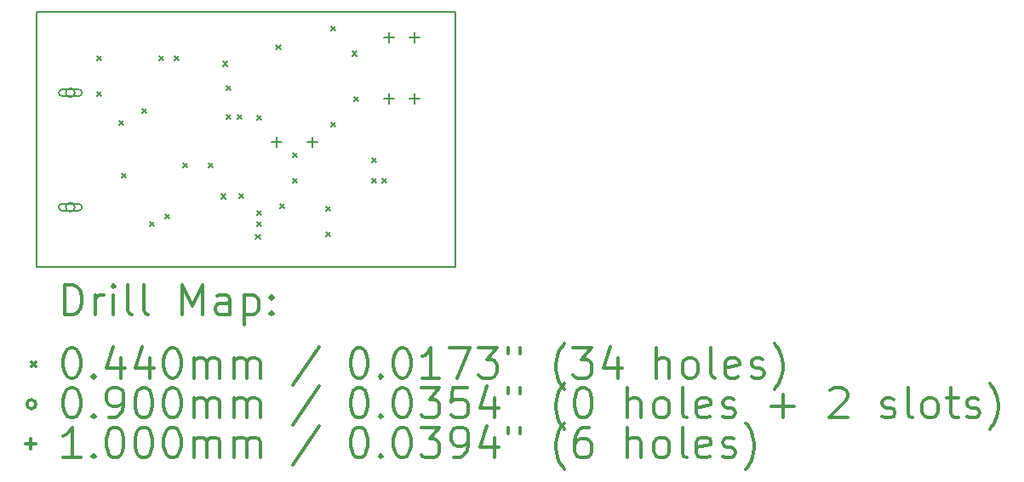
<source format=gbr>
%FSLAX45Y45*%
G04 Gerber Fmt 4.5, Leading zero omitted, Abs format (unit mm)*
G04 Created by KiCad (PCBNEW 5.1.10) date 2021-12-09 23:27:43*
%MOMM*%
%LPD*%
G01*
G04 APERTURE LIST*
%TA.AperFunction,Profile*%
%ADD10C,0.150000*%
%TD*%
%ADD11C,0.200000*%
%ADD12C,0.300000*%
G04 APERTURE END LIST*
D10*
X12954000Y-7670800D02*
X12954000Y-5130800D01*
X17119600Y-7670800D02*
X12954000Y-7670800D01*
X17119600Y-5130800D02*
X17119600Y-7670800D01*
X12954000Y-5130800D02*
X17119600Y-5130800D01*
D11*
X13554300Y-5566000D02*
X13598300Y-5610000D01*
X13598300Y-5566000D02*
X13554300Y-5610000D01*
X13554300Y-5921600D02*
X13598300Y-5965600D01*
X13598300Y-5921600D02*
X13554300Y-5965600D01*
X13775280Y-6211160D02*
X13819280Y-6255160D01*
X13819280Y-6211160D02*
X13775280Y-6255160D01*
X13795600Y-6734400D02*
X13839600Y-6778400D01*
X13839600Y-6734400D02*
X13795600Y-6778400D01*
X14003880Y-6094320D02*
X14047880Y-6138320D01*
X14047880Y-6094320D02*
X14003880Y-6138320D01*
X14080080Y-7217000D02*
X14124080Y-7261000D01*
X14124080Y-7217000D02*
X14080080Y-7261000D01*
X14168150Y-5566000D02*
X14212150Y-5610000D01*
X14212150Y-5566000D02*
X14168150Y-5610000D01*
X14232480Y-7140800D02*
X14276480Y-7184800D01*
X14276480Y-7140800D02*
X14232480Y-7184800D01*
X14323920Y-5566000D02*
X14367920Y-5610000D01*
X14367920Y-5566000D02*
X14323920Y-5610000D01*
X14405200Y-6632800D02*
X14449200Y-6676800D01*
X14449200Y-6632800D02*
X14405200Y-6676800D01*
X14659200Y-6632800D02*
X14703200Y-6676800D01*
X14703200Y-6632800D02*
X14659200Y-6676800D01*
X14786200Y-6942680D02*
X14830200Y-6986680D01*
X14830200Y-6942680D02*
X14786200Y-6986680D01*
X14806520Y-5621880D02*
X14850520Y-5665880D01*
X14850520Y-5621880D02*
X14806520Y-5665880D01*
X14839606Y-6151515D02*
X14883606Y-6195515D01*
X14883606Y-6151515D02*
X14839606Y-6195515D01*
X14842080Y-5860640D02*
X14886080Y-5904640D01*
X14886080Y-5860640D02*
X14842080Y-5904640D01*
X14948760Y-6150200D02*
X14992760Y-6194200D01*
X14992760Y-6150200D02*
X14948760Y-6194200D01*
X14964000Y-6937600D02*
X15008000Y-6981600D01*
X15008000Y-6937600D02*
X14964000Y-6981600D01*
X15131640Y-7344000D02*
X15175640Y-7388000D01*
X15175640Y-7344000D02*
X15131640Y-7388000D01*
X15141800Y-6160360D02*
X15185800Y-6204360D01*
X15185800Y-6160360D02*
X15141800Y-6204360D01*
X15141800Y-7105240D02*
X15185800Y-7149240D01*
X15185800Y-7105240D02*
X15141800Y-7149240D01*
X15141800Y-7217000D02*
X15185800Y-7261000D01*
X15185800Y-7217000D02*
X15141800Y-7261000D01*
X15334840Y-5459320D02*
X15378840Y-5503320D01*
X15378840Y-5459320D02*
X15334840Y-5503320D01*
X15370400Y-7039200D02*
X15414400Y-7083200D01*
X15414400Y-7039200D02*
X15370400Y-7083200D01*
X15497400Y-6531200D02*
X15541400Y-6575200D01*
X15541400Y-6531200D02*
X15497400Y-6575200D01*
X15497400Y-6785200D02*
X15541400Y-6829200D01*
X15541400Y-6785200D02*
X15497400Y-6829200D01*
X15827600Y-7064600D02*
X15871600Y-7108600D01*
X15871600Y-7064600D02*
X15827600Y-7108600D01*
X15827600Y-7318600D02*
X15871600Y-7362600D01*
X15871600Y-7318600D02*
X15827600Y-7362600D01*
X15878400Y-6226400D02*
X15922400Y-6270400D01*
X15922400Y-6226400D02*
X15878400Y-6270400D01*
X15883480Y-5271360D02*
X15927480Y-5315360D01*
X15927480Y-5271360D02*
X15883480Y-5315360D01*
X16091760Y-5520280D02*
X16135760Y-5564280D01*
X16135760Y-5520280D02*
X16091760Y-5564280D01*
X16107000Y-5972400D02*
X16151000Y-6016400D01*
X16151000Y-5972400D02*
X16107000Y-6016400D01*
X16284800Y-6582000D02*
X16328800Y-6626000D01*
X16328800Y-6582000D02*
X16284800Y-6626000D01*
X16284800Y-6785200D02*
X16328800Y-6829200D01*
X16328800Y-6785200D02*
X16284800Y-6829200D01*
X16386400Y-6785200D02*
X16430400Y-6829200D01*
X16430400Y-6785200D02*
X16386400Y-6829200D01*
X13333400Y-5932400D02*
G75*
G03*
X13333400Y-5932400I-45000J0D01*
G01*
X13368400Y-5897400D02*
X13208400Y-5897400D01*
X13368400Y-5967400D02*
X13208400Y-5967400D01*
X13208400Y-5897400D02*
G75*
G03*
X13208400Y-5967400I0J-35000D01*
G01*
X13368400Y-5967400D02*
G75*
G03*
X13368400Y-5897400I0J35000D01*
G01*
X13333400Y-7072400D02*
G75*
G03*
X13333400Y-7072400I-45000J0D01*
G01*
X13368400Y-7037400D02*
X13208400Y-7037400D01*
X13368400Y-7107400D02*
X13208400Y-7107400D01*
X13208400Y-7037400D02*
G75*
G03*
X13208400Y-7107400I0J-35000D01*
G01*
X13368400Y-7107400D02*
G75*
G03*
X13368400Y-7037400I0J35000D01*
G01*
X15341600Y-6376200D02*
X15341600Y-6476200D01*
X15291600Y-6426200D02*
X15391600Y-6426200D01*
X15697200Y-6376200D02*
X15697200Y-6476200D01*
X15647200Y-6426200D02*
X15747200Y-6426200D01*
X16459200Y-5334800D02*
X16459200Y-5434800D01*
X16409200Y-5384800D02*
X16509200Y-5384800D01*
X16459200Y-5944400D02*
X16459200Y-6044400D01*
X16409200Y-5994400D02*
X16509200Y-5994400D01*
X16713200Y-5334800D02*
X16713200Y-5434800D01*
X16663200Y-5384800D02*
X16763200Y-5384800D01*
X16713200Y-5944400D02*
X16713200Y-6044400D01*
X16663200Y-5994400D02*
X16763200Y-5994400D01*
D12*
X13232928Y-8144014D02*
X13232928Y-7844014D01*
X13304357Y-7844014D01*
X13347214Y-7858300D01*
X13375786Y-7886871D01*
X13390071Y-7915443D01*
X13404357Y-7972586D01*
X13404357Y-8015443D01*
X13390071Y-8072586D01*
X13375786Y-8101157D01*
X13347214Y-8129729D01*
X13304357Y-8144014D01*
X13232928Y-8144014D01*
X13532928Y-8144014D02*
X13532928Y-7944014D01*
X13532928Y-8001157D02*
X13547214Y-7972586D01*
X13561500Y-7958300D01*
X13590071Y-7944014D01*
X13618643Y-7944014D01*
X13718643Y-8144014D02*
X13718643Y-7944014D01*
X13718643Y-7844014D02*
X13704357Y-7858300D01*
X13718643Y-7872586D01*
X13732928Y-7858300D01*
X13718643Y-7844014D01*
X13718643Y-7872586D01*
X13904357Y-8144014D02*
X13875786Y-8129729D01*
X13861500Y-8101157D01*
X13861500Y-7844014D01*
X14061500Y-8144014D02*
X14032928Y-8129729D01*
X14018643Y-8101157D01*
X14018643Y-7844014D01*
X14404357Y-8144014D02*
X14404357Y-7844014D01*
X14504357Y-8058300D01*
X14604357Y-7844014D01*
X14604357Y-8144014D01*
X14875786Y-8144014D02*
X14875786Y-7986871D01*
X14861500Y-7958300D01*
X14832928Y-7944014D01*
X14775786Y-7944014D01*
X14747214Y-7958300D01*
X14875786Y-8129729D02*
X14847214Y-8144014D01*
X14775786Y-8144014D01*
X14747214Y-8129729D01*
X14732928Y-8101157D01*
X14732928Y-8072586D01*
X14747214Y-8044014D01*
X14775786Y-8029729D01*
X14847214Y-8029729D01*
X14875786Y-8015443D01*
X15018643Y-7944014D02*
X15018643Y-8244014D01*
X15018643Y-7958300D02*
X15047214Y-7944014D01*
X15104357Y-7944014D01*
X15132928Y-7958300D01*
X15147214Y-7972586D01*
X15161500Y-8001157D01*
X15161500Y-8086871D01*
X15147214Y-8115443D01*
X15132928Y-8129729D01*
X15104357Y-8144014D01*
X15047214Y-8144014D01*
X15018643Y-8129729D01*
X15290071Y-8115443D02*
X15304357Y-8129729D01*
X15290071Y-8144014D01*
X15275786Y-8129729D01*
X15290071Y-8115443D01*
X15290071Y-8144014D01*
X15290071Y-7958300D02*
X15304357Y-7972586D01*
X15290071Y-7986871D01*
X15275786Y-7972586D01*
X15290071Y-7958300D01*
X15290071Y-7986871D01*
X12902500Y-8616300D02*
X12946500Y-8660300D01*
X12946500Y-8616300D02*
X12902500Y-8660300D01*
X13290071Y-8474014D02*
X13318643Y-8474014D01*
X13347214Y-8488300D01*
X13361500Y-8502586D01*
X13375786Y-8531157D01*
X13390071Y-8588300D01*
X13390071Y-8659729D01*
X13375786Y-8716872D01*
X13361500Y-8745443D01*
X13347214Y-8759729D01*
X13318643Y-8774014D01*
X13290071Y-8774014D01*
X13261500Y-8759729D01*
X13247214Y-8745443D01*
X13232928Y-8716872D01*
X13218643Y-8659729D01*
X13218643Y-8588300D01*
X13232928Y-8531157D01*
X13247214Y-8502586D01*
X13261500Y-8488300D01*
X13290071Y-8474014D01*
X13518643Y-8745443D02*
X13532928Y-8759729D01*
X13518643Y-8774014D01*
X13504357Y-8759729D01*
X13518643Y-8745443D01*
X13518643Y-8774014D01*
X13790071Y-8574014D02*
X13790071Y-8774014D01*
X13718643Y-8459729D02*
X13647214Y-8674014D01*
X13832928Y-8674014D01*
X14075786Y-8574014D02*
X14075786Y-8774014D01*
X14004357Y-8459729D02*
X13932928Y-8674014D01*
X14118643Y-8674014D01*
X14290071Y-8474014D02*
X14318643Y-8474014D01*
X14347214Y-8488300D01*
X14361500Y-8502586D01*
X14375786Y-8531157D01*
X14390071Y-8588300D01*
X14390071Y-8659729D01*
X14375786Y-8716872D01*
X14361500Y-8745443D01*
X14347214Y-8759729D01*
X14318643Y-8774014D01*
X14290071Y-8774014D01*
X14261500Y-8759729D01*
X14247214Y-8745443D01*
X14232928Y-8716872D01*
X14218643Y-8659729D01*
X14218643Y-8588300D01*
X14232928Y-8531157D01*
X14247214Y-8502586D01*
X14261500Y-8488300D01*
X14290071Y-8474014D01*
X14518643Y-8774014D02*
X14518643Y-8574014D01*
X14518643Y-8602586D02*
X14532928Y-8588300D01*
X14561500Y-8574014D01*
X14604357Y-8574014D01*
X14632928Y-8588300D01*
X14647214Y-8616872D01*
X14647214Y-8774014D01*
X14647214Y-8616872D02*
X14661500Y-8588300D01*
X14690071Y-8574014D01*
X14732928Y-8574014D01*
X14761500Y-8588300D01*
X14775786Y-8616872D01*
X14775786Y-8774014D01*
X14918643Y-8774014D02*
X14918643Y-8574014D01*
X14918643Y-8602586D02*
X14932928Y-8588300D01*
X14961500Y-8574014D01*
X15004357Y-8574014D01*
X15032928Y-8588300D01*
X15047214Y-8616872D01*
X15047214Y-8774014D01*
X15047214Y-8616872D02*
X15061500Y-8588300D01*
X15090071Y-8574014D01*
X15132928Y-8574014D01*
X15161500Y-8588300D01*
X15175786Y-8616872D01*
X15175786Y-8774014D01*
X15761500Y-8459729D02*
X15504357Y-8845443D01*
X16147214Y-8474014D02*
X16175786Y-8474014D01*
X16204357Y-8488300D01*
X16218643Y-8502586D01*
X16232928Y-8531157D01*
X16247214Y-8588300D01*
X16247214Y-8659729D01*
X16232928Y-8716872D01*
X16218643Y-8745443D01*
X16204357Y-8759729D01*
X16175786Y-8774014D01*
X16147214Y-8774014D01*
X16118643Y-8759729D01*
X16104357Y-8745443D01*
X16090071Y-8716872D01*
X16075786Y-8659729D01*
X16075786Y-8588300D01*
X16090071Y-8531157D01*
X16104357Y-8502586D01*
X16118643Y-8488300D01*
X16147214Y-8474014D01*
X16375786Y-8745443D02*
X16390071Y-8759729D01*
X16375786Y-8774014D01*
X16361500Y-8759729D01*
X16375786Y-8745443D01*
X16375786Y-8774014D01*
X16575786Y-8474014D02*
X16604357Y-8474014D01*
X16632928Y-8488300D01*
X16647214Y-8502586D01*
X16661500Y-8531157D01*
X16675786Y-8588300D01*
X16675786Y-8659729D01*
X16661500Y-8716872D01*
X16647214Y-8745443D01*
X16632928Y-8759729D01*
X16604357Y-8774014D01*
X16575786Y-8774014D01*
X16547214Y-8759729D01*
X16532928Y-8745443D01*
X16518643Y-8716872D01*
X16504357Y-8659729D01*
X16504357Y-8588300D01*
X16518643Y-8531157D01*
X16532928Y-8502586D01*
X16547214Y-8488300D01*
X16575786Y-8474014D01*
X16961500Y-8774014D02*
X16790071Y-8774014D01*
X16875786Y-8774014D02*
X16875786Y-8474014D01*
X16847214Y-8516872D01*
X16818643Y-8545443D01*
X16790071Y-8559729D01*
X17061500Y-8474014D02*
X17261500Y-8474014D01*
X17132928Y-8774014D01*
X17347214Y-8474014D02*
X17532928Y-8474014D01*
X17432928Y-8588300D01*
X17475786Y-8588300D01*
X17504357Y-8602586D01*
X17518643Y-8616872D01*
X17532928Y-8645443D01*
X17532928Y-8716872D01*
X17518643Y-8745443D01*
X17504357Y-8759729D01*
X17475786Y-8774014D01*
X17390071Y-8774014D01*
X17361500Y-8759729D01*
X17347214Y-8745443D01*
X17647214Y-8474014D02*
X17647214Y-8531157D01*
X17761500Y-8474014D02*
X17761500Y-8531157D01*
X18204357Y-8888300D02*
X18190071Y-8874014D01*
X18161500Y-8831157D01*
X18147214Y-8802586D01*
X18132928Y-8759729D01*
X18118643Y-8688300D01*
X18118643Y-8631157D01*
X18132928Y-8559729D01*
X18147214Y-8516872D01*
X18161500Y-8488300D01*
X18190071Y-8445443D01*
X18204357Y-8431157D01*
X18290071Y-8474014D02*
X18475786Y-8474014D01*
X18375786Y-8588300D01*
X18418643Y-8588300D01*
X18447214Y-8602586D01*
X18461500Y-8616872D01*
X18475786Y-8645443D01*
X18475786Y-8716872D01*
X18461500Y-8745443D01*
X18447214Y-8759729D01*
X18418643Y-8774014D01*
X18332928Y-8774014D01*
X18304357Y-8759729D01*
X18290071Y-8745443D01*
X18732928Y-8574014D02*
X18732928Y-8774014D01*
X18661500Y-8459729D02*
X18590071Y-8674014D01*
X18775786Y-8674014D01*
X19118643Y-8774014D02*
X19118643Y-8474014D01*
X19247214Y-8774014D02*
X19247214Y-8616872D01*
X19232928Y-8588300D01*
X19204357Y-8574014D01*
X19161500Y-8574014D01*
X19132928Y-8588300D01*
X19118643Y-8602586D01*
X19432928Y-8774014D02*
X19404357Y-8759729D01*
X19390071Y-8745443D01*
X19375786Y-8716872D01*
X19375786Y-8631157D01*
X19390071Y-8602586D01*
X19404357Y-8588300D01*
X19432928Y-8574014D01*
X19475786Y-8574014D01*
X19504357Y-8588300D01*
X19518643Y-8602586D01*
X19532928Y-8631157D01*
X19532928Y-8716872D01*
X19518643Y-8745443D01*
X19504357Y-8759729D01*
X19475786Y-8774014D01*
X19432928Y-8774014D01*
X19704357Y-8774014D02*
X19675786Y-8759729D01*
X19661500Y-8731157D01*
X19661500Y-8474014D01*
X19932928Y-8759729D02*
X19904357Y-8774014D01*
X19847214Y-8774014D01*
X19818643Y-8759729D01*
X19804357Y-8731157D01*
X19804357Y-8616872D01*
X19818643Y-8588300D01*
X19847214Y-8574014D01*
X19904357Y-8574014D01*
X19932928Y-8588300D01*
X19947214Y-8616872D01*
X19947214Y-8645443D01*
X19804357Y-8674014D01*
X20061500Y-8759729D02*
X20090071Y-8774014D01*
X20147214Y-8774014D01*
X20175786Y-8759729D01*
X20190071Y-8731157D01*
X20190071Y-8716872D01*
X20175786Y-8688300D01*
X20147214Y-8674014D01*
X20104357Y-8674014D01*
X20075786Y-8659729D01*
X20061500Y-8631157D01*
X20061500Y-8616872D01*
X20075786Y-8588300D01*
X20104357Y-8574014D01*
X20147214Y-8574014D01*
X20175786Y-8588300D01*
X20290071Y-8888300D02*
X20304357Y-8874014D01*
X20332928Y-8831157D01*
X20347214Y-8802586D01*
X20361500Y-8759729D01*
X20375786Y-8688300D01*
X20375786Y-8631157D01*
X20361500Y-8559729D01*
X20347214Y-8516872D01*
X20332928Y-8488300D01*
X20304357Y-8445443D01*
X20290071Y-8431157D01*
X12946500Y-9034300D02*
G75*
G03*
X12946500Y-9034300I-45000J0D01*
G01*
X13290071Y-8870014D02*
X13318643Y-8870014D01*
X13347214Y-8884300D01*
X13361500Y-8898586D01*
X13375786Y-8927157D01*
X13390071Y-8984300D01*
X13390071Y-9055729D01*
X13375786Y-9112872D01*
X13361500Y-9141443D01*
X13347214Y-9155729D01*
X13318643Y-9170014D01*
X13290071Y-9170014D01*
X13261500Y-9155729D01*
X13247214Y-9141443D01*
X13232928Y-9112872D01*
X13218643Y-9055729D01*
X13218643Y-8984300D01*
X13232928Y-8927157D01*
X13247214Y-8898586D01*
X13261500Y-8884300D01*
X13290071Y-8870014D01*
X13518643Y-9141443D02*
X13532928Y-9155729D01*
X13518643Y-9170014D01*
X13504357Y-9155729D01*
X13518643Y-9141443D01*
X13518643Y-9170014D01*
X13675786Y-9170014D02*
X13732928Y-9170014D01*
X13761500Y-9155729D01*
X13775786Y-9141443D01*
X13804357Y-9098586D01*
X13818643Y-9041443D01*
X13818643Y-8927157D01*
X13804357Y-8898586D01*
X13790071Y-8884300D01*
X13761500Y-8870014D01*
X13704357Y-8870014D01*
X13675786Y-8884300D01*
X13661500Y-8898586D01*
X13647214Y-8927157D01*
X13647214Y-8998586D01*
X13661500Y-9027157D01*
X13675786Y-9041443D01*
X13704357Y-9055729D01*
X13761500Y-9055729D01*
X13790071Y-9041443D01*
X13804357Y-9027157D01*
X13818643Y-8998586D01*
X14004357Y-8870014D02*
X14032928Y-8870014D01*
X14061500Y-8884300D01*
X14075786Y-8898586D01*
X14090071Y-8927157D01*
X14104357Y-8984300D01*
X14104357Y-9055729D01*
X14090071Y-9112872D01*
X14075786Y-9141443D01*
X14061500Y-9155729D01*
X14032928Y-9170014D01*
X14004357Y-9170014D01*
X13975786Y-9155729D01*
X13961500Y-9141443D01*
X13947214Y-9112872D01*
X13932928Y-9055729D01*
X13932928Y-8984300D01*
X13947214Y-8927157D01*
X13961500Y-8898586D01*
X13975786Y-8884300D01*
X14004357Y-8870014D01*
X14290071Y-8870014D02*
X14318643Y-8870014D01*
X14347214Y-8884300D01*
X14361500Y-8898586D01*
X14375786Y-8927157D01*
X14390071Y-8984300D01*
X14390071Y-9055729D01*
X14375786Y-9112872D01*
X14361500Y-9141443D01*
X14347214Y-9155729D01*
X14318643Y-9170014D01*
X14290071Y-9170014D01*
X14261500Y-9155729D01*
X14247214Y-9141443D01*
X14232928Y-9112872D01*
X14218643Y-9055729D01*
X14218643Y-8984300D01*
X14232928Y-8927157D01*
X14247214Y-8898586D01*
X14261500Y-8884300D01*
X14290071Y-8870014D01*
X14518643Y-9170014D02*
X14518643Y-8970014D01*
X14518643Y-8998586D02*
X14532928Y-8984300D01*
X14561500Y-8970014D01*
X14604357Y-8970014D01*
X14632928Y-8984300D01*
X14647214Y-9012872D01*
X14647214Y-9170014D01*
X14647214Y-9012872D02*
X14661500Y-8984300D01*
X14690071Y-8970014D01*
X14732928Y-8970014D01*
X14761500Y-8984300D01*
X14775786Y-9012872D01*
X14775786Y-9170014D01*
X14918643Y-9170014D02*
X14918643Y-8970014D01*
X14918643Y-8998586D02*
X14932928Y-8984300D01*
X14961500Y-8970014D01*
X15004357Y-8970014D01*
X15032928Y-8984300D01*
X15047214Y-9012872D01*
X15047214Y-9170014D01*
X15047214Y-9012872D02*
X15061500Y-8984300D01*
X15090071Y-8970014D01*
X15132928Y-8970014D01*
X15161500Y-8984300D01*
X15175786Y-9012872D01*
X15175786Y-9170014D01*
X15761500Y-8855729D02*
X15504357Y-9241443D01*
X16147214Y-8870014D02*
X16175786Y-8870014D01*
X16204357Y-8884300D01*
X16218643Y-8898586D01*
X16232928Y-8927157D01*
X16247214Y-8984300D01*
X16247214Y-9055729D01*
X16232928Y-9112872D01*
X16218643Y-9141443D01*
X16204357Y-9155729D01*
X16175786Y-9170014D01*
X16147214Y-9170014D01*
X16118643Y-9155729D01*
X16104357Y-9141443D01*
X16090071Y-9112872D01*
X16075786Y-9055729D01*
X16075786Y-8984300D01*
X16090071Y-8927157D01*
X16104357Y-8898586D01*
X16118643Y-8884300D01*
X16147214Y-8870014D01*
X16375786Y-9141443D02*
X16390071Y-9155729D01*
X16375786Y-9170014D01*
X16361500Y-9155729D01*
X16375786Y-9141443D01*
X16375786Y-9170014D01*
X16575786Y-8870014D02*
X16604357Y-8870014D01*
X16632928Y-8884300D01*
X16647214Y-8898586D01*
X16661500Y-8927157D01*
X16675786Y-8984300D01*
X16675786Y-9055729D01*
X16661500Y-9112872D01*
X16647214Y-9141443D01*
X16632928Y-9155729D01*
X16604357Y-9170014D01*
X16575786Y-9170014D01*
X16547214Y-9155729D01*
X16532928Y-9141443D01*
X16518643Y-9112872D01*
X16504357Y-9055729D01*
X16504357Y-8984300D01*
X16518643Y-8927157D01*
X16532928Y-8898586D01*
X16547214Y-8884300D01*
X16575786Y-8870014D01*
X16775786Y-8870014D02*
X16961500Y-8870014D01*
X16861500Y-8984300D01*
X16904357Y-8984300D01*
X16932928Y-8998586D01*
X16947214Y-9012872D01*
X16961500Y-9041443D01*
X16961500Y-9112872D01*
X16947214Y-9141443D01*
X16932928Y-9155729D01*
X16904357Y-9170014D01*
X16818643Y-9170014D01*
X16790071Y-9155729D01*
X16775786Y-9141443D01*
X17232928Y-8870014D02*
X17090071Y-8870014D01*
X17075786Y-9012872D01*
X17090071Y-8998586D01*
X17118643Y-8984300D01*
X17190071Y-8984300D01*
X17218643Y-8998586D01*
X17232928Y-9012872D01*
X17247214Y-9041443D01*
X17247214Y-9112872D01*
X17232928Y-9141443D01*
X17218643Y-9155729D01*
X17190071Y-9170014D01*
X17118643Y-9170014D01*
X17090071Y-9155729D01*
X17075786Y-9141443D01*
X17504357Y-8970014D02*
X17504357Y-9170014D01*
X17432928Y-8855729D02*
X17361500Y-9070014D01*
X17547214Y-9070014D01*
X17647214Y-8870014D02*
X17647214Y-8927157D01*
X17761500Y-8870014D02*
X17761500Y-8927157D01*
X18204357Y-9284300D02*
X18190071Y-9270014D01*
X18161500Y-9227157D01*
X18147214Y-9198586D01*
X18132928Y-9155729D01*
X18118643Y-9084300D01*
X18118643Y-9027157D01*
X18132928Y-8955729D01*
X18147214Y-8912872D01*
X18161500Y-8884300D01*
X18190071Y-8841443D01*
X18204357Y-8827157D01*
X18375786Y-8870014D02*
X18404357Y-8870014D01*
X18432928Y-8884300D01*
X18447214Y-8898586D01*
X18461500Y-8927157D01*
X18475786Y-8984300D01*
X18475786Y-9055729D01*
X18461500Y-9112872D01*
X18447214Y-9141443D01*
X18432928Y-9155729D01*
X18404357Y-9170014D01*
X18375786Y-9170014D01*
X18347214Y-9155729D01*
X18332928Y-9141443D01*
X18318643Y-9112872D01*
X18304357Y-9055729D01*
X18304357Y-8984300D01*
X18318643Y-8927157D01*
X18332928Y-8898586D01*
X18347214Y-8884300D01*
X18375786Y-8870014D01*
X18832928Y-9170014D02*
X18832928Y-8870014D01*
X18961500Y-9170014D02*
X18961500Y-9012872D01*
X18947214Y-8984300D01*
X18918643Y-8970014D01*
X18875786Y-8970014D01*
X18847214Y-8984300D01*
X18832928Y-8998586D01*
X19147214Y-9170014D02*
X19118643Y-9155729D01*
X19104357Y-9141443D01*
X19090071Y-9112872D01*
X19090071Y-9027157D01*
X19104357Y-8998586D01*
X19118643Y-8984300D01*
X19147214Y-8970014D01*
X19190071Y-8970014D01*
X19218643Y-8984300D01*
X19232928Y-8998586D01*
X19247214Y-9027157D01*
X19247214Y-9112872D01*
X19232928Y-9141443D01*
X19218643Y-9155729D01*
X19190071Y-9170014D01*
X19147214Y-9170014D01*
X19418643Y-9170014D02*
X19390071Y-9155729D01*
X19375786Y-9127157D01*
X19375786Y-8870014D01*
X19647214Y-9155729D02*
X19618643Y-9170014D01*
X19561500Y-9170014D01*
X19532928Y-9155729D01*
X19518643Y-9127157D01*
X19518643Y-9012872D01*
X19532928Y-8984300D01*
X19561500Y-8970014D01*
X19618643Y-8970014D01*
X19647214Y-8984300D01*
X19661500Y-9012872D01*
X19661500Y-9041443D01*
X19518643Y-9070014D01*
X19775786Y-9155729D02*
X19804357Y-9170014D01*
X19861500Y-9170014D01*
X19890071Y-9155729D01*
X19904357Y-9127157D01*
X19904357Y-9112872D01*
X19890071Y-9084300D01*
X19861500Y-9070014D01*
X19818643Y-9070014D01*
X19790071Y-9055729D01*
X19775786Y-9027157D01*
X19775786Y-9012872D01*
X19790071Y-8984300D01*
X19818643Y-8970014D01*
X19861500Y-8970014D01*
X19890071Y-8984300D01*
X20261500Y-9055729D02*
X20490071Y-9055729D01*
X20375786Y-9170014D02*
X20375786Y-8941443D01*
X20847214Y-8898586D02*
X20861500Y-8884300D01*
X20890071Y-8870014D01*
X20961500Y-8870014D01*
X20990071Y-8884300D01*
X21004357Y-8898586D01*
X21018643Y-8927157D01*
X21018643Y-8955729D01*
X21004357Y-8998586D01*
X20832928Y-9170014D01*
X21018643Y-9170014D01*
X21361500Y-9155729D02*
X21390071Y-9170014D01*
X21447214Y-9170014D01*
X21475786Y-9155729D01*
X21490071Y-9127157D01*
X21490071Y-9112872D01*
X21475786Y-9084300D01*
X21447214Y-9070014D01*
X21404357Y-9070014D01*
X21375786Y-9055729D01*
X21361500Y-9027157D01*
X21361500Y-9012872D01*
X21375786Y-8984300D01*
X21404357Y-8970014D01*
X21447214Y-8970014D01*
X21475786Y-8984300D01*
X21661500Y-9170014D02*
X21632928Y-9155729D01*
X21618643Y-9127157D01*
X21618643Y-8870014D01*
X21818643Y-9170014D02*
X21790071Y-9155729D01*
X21775786Y-9141443D01*
X21761500Y-9112872D01*
X21761500Y-9027157D01*
X21775786Y-8998586D01*
X21790071Y-8984300D01*
X21818643Y-8970014D01*
X21861500Y-8970014D01*
X21890071Y-8984300D01*
X21904357Y-8998586D01*
X21918643Y-9027157D01*
X21918643Y-9112872D01*
X21904357Y-9141443D01*
X21890071Y-9155729D01*
X21861500Y-9170014D01*
X21818643Y-9170014D01*
X22004357Y-8970014D02*
X22118643Y-8970014D01*
X22047214Y-8870014D02*
X22047214Y-9127157D01*
X22061500Y-9155729D01*
X22090071Y-9170014D01*
X22118643Y-9170014D01*
X22204357Y-9155729D02*
X22232928Y-9170014D01*
X22290071Y-9170014D01*
X22318643Y-9155729D01*
X22332928Y-9127157D01*
X22332928Y-9112872D01*
X22318643Y-9084300D01*
X22290071Y-9070014D01*
X22247214Y-9070014D01*
X22218643Y-9055729D01*
X22204357Y-9027157D01*
X22204357Y-9012872D01*
X22218643Y-8984300D01*
X22247214Y-8970014D01*
X22290071Y-8970014D01*
X22318643Y-8984300D01*
X22432928Y-9284300D02*
X22447214Y-9270014D01*
X22475786Y-9227157D01*
X22490071Y-9198586D01*
X22504357Y-9155729D01*
X22518643Y-9084300D01*
X22518643Y-9027157D01*
X22504357Y-8955729D01*
X22490071Y-8912872D01*
X22475786Y-8884300D01*
X22447214Y-8841443D01*
X22432928Y-8827157D01*
X12896500Y-9380300D02*
X12896500Y-9480300D01*
X12846500Y-9430300D02*
X12946500Y-9430300D01*
X13390071Y-9566014D02*
X13218643Y-9566014D01*
X13304357Y-9566014D02*
X13304357Y-9266014D01*
X13275786Y-9308872D01*
X13247214Y-9337443D01*
X13218643Y-9351729D01*
X13518643Y-9537443D02*
X13532928Y-9551729D01*
X13518643Y-9566014D01*
X13504357Y-9551729D01*
X13518643Y-9537443D01*
X13518643Y-9566014D01*
X13718643Y-9266014D02*
X13747214Y-9266014D01*
X13775786Y-9280300D01*
X13790071Y-9294586D01*
X13804357Y-9323157D01*
X13818643Y-9380300D01*
X13818643Y-9451729D01*
X13804357Y-9508872D01*
X13790071Y-9537443D01*
X13775786Y-9551729D01*
X13747214Y-9566014D01*
X13718643Y-9566014D01*
X13690071Y-9551729D01*
X13675786Y-9537443D01*
X13661500Y-9508872D01*
X13647214Y-9451729D01*
X13647214Y-9380300D01*
X13661500Y-9323157D01*
X13675786Y-9294586D01*
X13690071Y-9280300D01*
X13718643Y-9266014D01*
X14004357Y-9266014D02*
X14032928Y-9266014D01*
X14061500Y-9280300D01*
X14075786Y-9294586D01*
X14090071Y-9323157D01*
X14104357Y-9380300D01*
X14104357Y-9451729D01*
X14090071Y-9508872D01*
X14075786Y-9537443D01*
X14061500Y-9551729D01*
X14032928Y-9566014D01*
X14004357Y-9566014D01*
X13975786Y-9551729D01*
X13961500Y-9537443D01*
X13947214Y-9508872D01*
X13932928Y-9451729D01*
X13932928Y-9380300D01*
X13947214Y-9323157D01*
X13961500Y-9294586D01*
X13975786Y-9280300D01*
X14004357Y-9266014D01*
X14290071Y-9266014D02*
X14318643Y-9266014D01*
X14347214Y-9280300D01*
X14361500Y-9294586D01*
X14375786Y-9323157D01*
X14390071Y-9380300D01*
X14390071Y-9451729D01*
X14375786Y-9508872D01*
X14361500Y-9537443D01*
X14347214Y-9551729D01*
X14318643Y-9566014D01*
X14290071Y-9566014D01*
X14261500Y-9551729D01*
X14247214Y-9537443D01*
X14232928Y-9508872D01*
X14218643Y-9451729D01*
X14218643Y-9380300D01*
X14232928Y-9323157D01*
X14247214Y-9294586D01*
X14261500Y-9280300D01*
X14290071Y-9266014D01*
X14518643Y-9566014D02*
X14518643Y-9366014D01*
X14518643Y-9394586D02*
X14532928Y-9380300D01*
X14561500Y-9366014D01*
X14604357Y-9366014D01*
X14632928Y-9380300D01*
X14647214Y-9408872D01*
X14647214Y-9566014D01*
X14647214Y-9408872D02*
X14661500Y-9380300D01*
X14690071Y-9366014D01*
X14732928Y-9366014D01*
X14761500Y-9380300D01*
X14775786Y-9408872D01*
X14775786Y-9566014D01*
X14918643Y-9566014D02*
X14918643Y-9366014D01*
X14918643Y-9394586D02*
X14932928Y-9380300D01*
X14961500Y-9366014D01*
X15004357Y-9366014D01*
X15032928Y-9380300D01*
X15047214Y-9408872D01*
X15047214Y-9566014D01*
X15047214Y-9408872D02*
X15061500Y-9380300D01*
X15090071Y-9366014D01*
X15132928Y-9366014D01*
X15161500Y-9380300D01*
X15175786Y-9408872D01*
X15175786Y-9566014D01*
X15761500Y-9251729D02*
X15504357Y-9637443D01*
X16147214Y-9266014D02*
X16175786Y-9266014D01*
X16204357Y-9280300D01*
X16218643Y-9294586D01*
X16232928Y-9323157D01*
X16247214Y-9380300D01*
X16247214Y-9451729D01*
X16232928Y-9508872D01*
X16218643Y-9537443D01*
X16204357Y-9551729D01*
X16175786Y-9566014D01*
X16147214Y-9566014D01*
X16118643Y-9551729D01*
X16104357Y-9537443D01*
X16090071Y-9508872D01*
X16075786Y-9451729D01*
X16075786Y-9380300D01*
X16090071Y-9323157D01*
X16104357Y-9294586D01*
X16118643Y-9280300D01*
X16147214Y-9266014D01*
X16375786Y-9537443D02*
X16390071Y-9551729D01*
X16375786Y-9566014D01*
X16361500Y-9551729D01*
X16375786Y-9537443D01*
X16375786Y-9566014D01*
X16575786Y-9266014D02*
X16604357Y-9266014D01*
X16632928Y-9280300D01*
X16647214Y-9294586D01*
X16661500Y-9323157D01*
X16675786Y-9380300D01*
X16675786Y-9451729D01*
X16661500Y-9508872D01*
X16647214Y-9537443D01*
X16632928Y-9551729D01*
X16604357Y-9566014D01*
X16575786Y-9566014D01*
X16547214Y-9551729D01*
X16532928Y-9537443D01*
X16518643Y-9508872D01*
X16504357Y-9451729D01*
X16504357Y-9380300D01*
X16518643Y-9323157D01*
X16532928Y-9294586D01*
X16547214Y-9280300D01*
X16575786Y-9266014D01*
X16775786Y-9266014D02*
X16961500Y-9266014D01*
X16861500Y-9380300D01*
X16904357Y-9380300D01*
X16932928Y-9394586D01*
X16947214Y-9408872D01*
X16961500Y-9437443D01*
X16961500Y-9508872D01*
X16947214Y-9537443D01*
X16932928Y-9551729D01*
X16904357Y-9566014D01*
X16818643Y-9566014D01*
X16790071Y-9551729D01*
X16775786Y-9537443D01*
X17104357Y-9566014D02*
X17161500Y-9566014D01*
X17190071Y-9551729D01*
X17204357Y-9537443D01*
X17232928Y-9494586D01*
X17247214Y-9437443D01*
X17247214Y-9323157D01*
X17232928Y-9294586D01*
X17218643Y-9280300D01*
X17190071Y-9266014D01*
X17132928Y-9266014D01*
X17104357Y-9280300D01*
X17090071Y-9294586D01*
X17075786Y-9323157D01*
X17075786Y-9394586D01*
X17090071Y-9423157D01*
X17104357Y-9437443D01*
X17132928Y-9451729D01*
X17190071Y-9451729D01*
X17218643Y-9437443D01*
X17232928Y-9423157D01*
X17247214Y-9394586D01*
X17504357Y-9366014D02*
X17504357Y-9566014D01*
X17432928Y-9251729D02*
X17361500Y-9466014D01*
X17547214Y-9466014D01*
X17647214Y-9266014D02*
X17647214Y-9323157D01*
X17761500Y-9266014D02*
X17761500Y-9323157D01*
X18204357Y-9680300D02*
X18190071Y-9666014D01*
X18161500Y-9623157D01*
X18147214Y-9594586D01*
X18132928Y-9551729D01*
X18118643Y-9480300D01*
X18118643Y-9423157D01*
X18132928Y-9351729D01*
X18147214Y-9308872D01*
X18161500Y-9280300D01*
X18190071Y-9237443D01*
X18204357Y-9223157D01*
X18447214Y-9266014D02*
X18390071Y-9266014D01*
X18361500Y-9280300D01*
X18347214Y-9294586D01*
X18318643Y-9337443D01*
X18304357Y-9394586D01*
X18304357Y-9508872D01*
X18318643Y-9537443D01*
X18332928Y-9551729D01*
X18361500Y-9566014D01*
X18418643Y-9566014D01*
X18447214Y-9551729D01*
X18461500Y-9537443D01*
X18475786Y-9508872D01*
X18475786Y-9437443D01*
X18461500Y-9408872D01*
X18447214Y-9394586D01*
X18418643Y-9380300D01*
X18361500Y-9380300D01*
X18332928Y-9394586D01*
X18318643Y-9408872D01*
X18304357Y-9437443D01*
X18832928Y-9566014D02*
X18832928Y-9266014D01*
X18961500Y-9566014D02*
X18961500Y-9408872D01*
X18947214Y-9380300D01*
X18918643Y-9366014D01*
X18875786Y-9366014D01*
X18847214Y-9380300D01*
X18832928Y-9394586D01*
X19147214Y-9566014D02*
X19118643Y-9551729D01*
X19104357Y-9537443D01*
X19090071Y-9508872D01*
X19090071Y-9423157D01*
X19104357Y-9394586D01*
X19118643Y-9380300D01*
X19147214Y-9366014D01*
X19190071Y-9366014D01*
X19218643Y-9380300D01*
X19232928Y-9394586D01*
X19247214Y-9423157D01*
X19247214Y-9508872D01*
X19232928Y-9537443D01*
X19218643Y-9551729D01*
X19190071Y-9566014D01*
X19147214Y-9566014D01*
X19418643Y-9566014D02*
X19390071Y-9551729D01*
X19375786Y-9523157D01*
X19375786Y-9266014D01*
X19647214Y-9551729D02*
X19618643Y-9566014D01*
X19561500Y-9566014D01*
X19532928Y-9551729D01*
X19518643Y-9523157D01*
X19518643Y-9408872D01*
X19532928Y-9380300D01*
X19561500Y-9366014D01*
X19618643Y-9366014D01*
X19647214Y-9380300D01*
X19661500Y-9408872D01*
X19661500Y-9437443D01*
X19518643Y-9466014D01*
X19775786Y-9551729D02*
X19804357Y-9566014D01*
X19861500Y-9566014D01*
X19890071Y-9551729D01*
X19904357Y-9523157D01*
X19904357Y-9508872D01*
X19890071Y-9480300D01*
X19861500Y-9466014D01*
X19818643Y-9466014D01*
X19790071Y-9451729D01*
X19775786Y-9423157D01*
X19775786Y-9408872D01*
X19790071Y-9380300D01*
X19818643Y-9366014D01*
X19861500Y-9366014D01*
X19890071Y-9380300D01*
X20004357Y-9680300D02*
X20018643Y-9666014D01*
X20047214Y-9623157D01*
X20061500Y-9594586D01*
X20075786Y-9551729D01*
X20090071Y-9480300D01*
X20090071Y-9423157D01*
X20075786Y-9351729D01*
X20061500Y-9308872D01*
X20047214Y-9280300D01*
X20018643Y-9237443D01*
X20004357Y-9223157D01*
M02*

</source>
